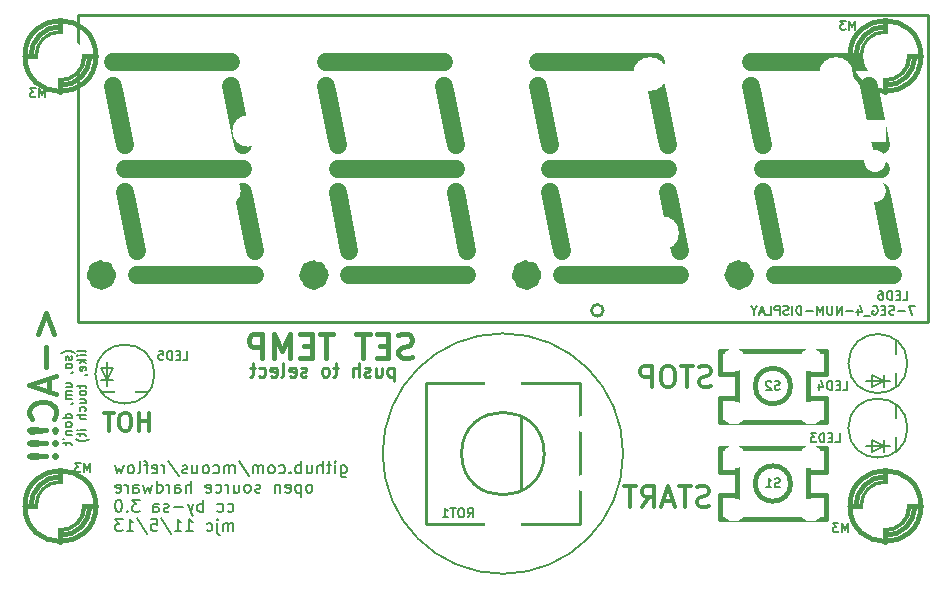
<source format=gbo>
G04 (created by PCBNEW (2013-07-07 BZR 4022)-stable) date 11/5/2013 3:30:23 PM*
%MOIN*%
G04 Gerber Fmt 3.4, Leading zero omitted, Abs format*
%FSLAX34Y34*%
G01*
G70*
G90*
G04 APERTURE LIST*
%ADD10C,0.006*%
%ADD11C,0.008*%
%ADD12C,0.009*%
%ADD13C,0.018*%
%ADD14C,0.00787402*%
%ADD15C,0.015*%
%ADD16C,0.01*%
%ADD17C,0.0590551*%
%ADD18C,0.014*%
%ADD19C,0.016*%
%ADD20C,0.012*%
%ADD21C,0.0847*%
%ADD22C,0.0769*%
%ADD23C,0.1044*%
%ADD24C,0.1123*%
%ADD25C,0.0768661*%
%ADD26C,0.0650551*%
%ADD27C,0.12411*%
%ADD28R,0.0493071X0.0493071*%
%ADD29C,0.0532441*%
%ADD30R,0.0729291X0.0729291*%
%ADD31C,0.0729291*%
%ADD32C,0.0689921*%
%ADD33R,0.0847402X0.0847402*%
%ADD34C,0.0847402*%
%ADD35C,0.147732*%
G04 APERTURE END LIST*
G54D10*
X1735Y6342D02*
X1721Y6357D01*
X1678Y6385D01*
X1650Y6400D01*
X1607Y6414D01*
X1535Y6428D01*
X1478Y6428D01*
X1407Y6414D01*
X1364Y6400D01*
X1335Y6385D01*
X1292Y6357D01*
X1278Y6342D01*
X1607Y6242D02*
X1621Y6214D01*
X1621Y6157D01*
X1607Y6128D01*
X1578Y6114D01*
X1564Y6114D01*
X1535Y6128D01*
X1521Y6157D01*
X1521Y6200D01*
X1507Y6228D01*
X1478Y6242D01*
X1464Y6242D01*
X1435Y6228D01*
X1421Y6200D01*
X1421Y6157D01*
X1435Y6128D01*
X1621Y5942D02*
X1607Y5971D01*
X1592Y5985D01*
X1564Y6000D01*
X1478Y6000D01*
X1450Y5985D01*
X1435Y5971D01*
X1421Y5942D01*
X1421Y5900D01*
X1435Y5871D01*
X1450Y5857D01*
X1478Y5842D01*
X1564Y5842D01*
X1592Y5857D01*
X1607Y5871D01*
X1621Y5900D01*
X1621Y5942D01*
X1607Y5700D02*
X1621Y5700D01*
X1650Y5714D01*
X1664Y5728D01*
X1421Y5214D02*
X1621Y5214D01*
X1421Y5342D02*
X1578Y5342D01*
X1607Y5328D01*
X1621Y5300D01*
X1621Y5257D01*
X1607Y5228D01*
X1592Y5214D01*
X1621Y5071D02*
X1421Y5071D01*
X1450Y5071D02*
X1435Y5057D01*
X1421Y5028D01*
X1421Y4985D01*
X1435Y4957D01*
X1464Y4942D01*
X1621Y4942D01*
X1464Y4942D02*
X1435Y4928D01*
X1421Y4900D01*
X1421Y4857D01*
X1435Y4828D01*
X1464Y4814D01*
X1621Y4814D01*
X1607Y4657D02*
X1621Y4657D01*
X1650Y4671D01*
X1664Y4685D01*
X1621Y4171D02*
X1321Y4171D01*
X1607Y4171D02*
X1621Y4200D01*
X1621Y4257D01*
X1607Y4285D01*
X1592Y4300D01*
X1564Y4314D01*
X1478Y4314D01*
X1450Y4300D01*
X1435Y4285D01*
X1421Y4257D01*
X1421Y4200D01*
X1435Y4171D01*
X1621Y3985D02*
X1607Y4014D01*
X1592Y4028D01*
X1564Y4042D01*
X1478Y4042D01*
X1450Y4028D01*
X1435Y4014D01*
X1421Y3985D01*
X1421Y3942D01*
X1435Y3914D01*
X1450Y3900D01*
X1478Y3885D01*
X1564Y3885D01*
X1592Y3900D01*
X1607Y3914D01*
X1621Y3942D01*
X1621Y3985D01*
X1421Y3757D02*
X1621Y3757D01*
X1450Y3757D02*
X1435Y3742D01*
X1421Y3714D01*
X1421Y3671D01*
X1435Y3642D01*
X1464Y3628D01*
X1621Y3628D01*
X1321Y3471D02*
X1378Y3499D01*
X1421Y3385D02*
X1421Y3271D01*
X1321Y3342D02*
X1578Y3342D01*
X1607Y3328D01*
X1621Y3299D01*
X1621Y3271D01*
X2101Y6385D02*
X2087Y6414D01*
X2058Y6428D01*
X1801Y6428D01*
X2101Y6271D02*
X1901Y6271D01*
X1801Y6271D02*
X1815Y6285D01*
X1830Y6271D01*
X1815Y6257D01*
X1801Y6271D01*
X1830Y6271D01*
X2101Y6128D02*
X1801Y6128D01*
X1987Y6100D02*
X2101Y6014D01*
X1901Y6014D02*
X2015Y6128D01*
X2087Y5771D02*
X2101Y5800D01*
X2101Y5857D01*
X2087Y5885D01*
X2058Y5900D01*
X1944Y5900D01*
X1915Y5885D01*
X1901Y5857D01*
X1901Y5800D01*
X1915Y5771D01*
X1944Y5757D01*
X1972Y5757D01*
X2001Y5900D01*
X2087Y5614D02*
X2101Y5614D01*
X2130Y5628D01*
X2144Y5642D01*
X1901Y5300D02*
X1901Y5185D01*
X1801Y5257D02*
X2058Y5257D01*
X2087Y5242D01*
X2101Y5214D01*
X2101Y5185D01*
X2101Y5042D02*
X2087Y5071D01*
X2072Y5085D01*
X2044Y5100D01*
X1958Y5100D01*
X1930Y5085D01*
X1915Y5071D01*
X1901Y5042D01*
X1901Y5000D01*
X1915Y4971D01*
X1930Y4957D01*
X1958Y4942D01*
X2044Y4942D01*
X2072Y4957D01*
X2087Y4971D01*
X2101Y5000D01*
X2101Y5042D01*
X1901Y4685D02*
X2101Y4685D01*
X1901Y4814D02*
X2058Y4814D01*
X2087Y4800D01*
X2101Y4771D01*
X2101Y4728D01*
X2087Y4700D01*
X2072Y4685D01*
X2087Y4414D02*
X2101Y4442D01*
X2101Y4499D01*
X2087Y4528D01*
X2072Y4542D01*
X2044Y4557D01*
X1958Y4557D01*
X1930Y4542D01*
X1915Y4528D01*
X1901Y4499D01*
X1901Y4442D01*
X1915Y4414D01*
X2101Y4285D02*
X1801Y4285D01*
X2101Y4157D02*
X1944Y4157D01*
X1915Y4171D01*
X1901Y4199D01*
X1901Y4242D01*
X1915Y4271D01*
X1930Y4285D01*
X2101Y3785D02*
X1901Y3785D01*
X1801Y3785D02*
X1815Y3799D01*
X1830Y3785D01*
X1815Y3771D01*
X1801Y3785D01*
X1830Y3785D01*
X1901Y3685D02*
X1901Y3571D01*
X1801Y3642D02*
X2058Y3642D01*
X2087Y3628D01*
X2101Y3599D01*
X2101Y3571D01*
X2215Y3499D02*
X2201Y3485D01*
X2158Y3457D01*
X2130Y3442D01*
X2087Y3428D01*
X2015Y3414D01*
X1958Y3414D01*
X1887Y3428D01*
X1844Y3442D01*
X1815Y3457D01*
X1772Y3485D01*
X1758Y3499D01*
G54D11*
X10599Y2604D02*
X10599Y2280D01*
X10619Y2242D01*
X10638Y2223D01*
X10676Y2204D01*
X10733Y2204D01*
X10771Y2223D01*
X10599Y2357D02*
X10638Y2338D01*
X10714Y2338D01*
X10752Y2357D01*
X10771Y2376D01*
X10790Y2414D01*
X10790Y2528D01*
X10771Y2566D01*
X10752Y2585D01*
X10714Y2604D01*
X10638Y2604D01*
X10599Y2585D01*
X10409Y2338D02*
X10409Y2604D01*
X10409Y2738D02*
X10428Y2719D01*
X10409Y2700D01*
X10390Y2719D01*
X10409Y2738D01*
X10409Y2700D01*
X10276Y2604D02*
X10123Y2604D01*
X10219Y2738D02*
X10219Y2395D01*
X10199Y2357D01*
X10161Y2338D01*
X10123Y2338D01*
X9990Y2338D02*
X9990Y2738D01*
X9819Y2338D02*
X9819Y2547D01*
X9838Y2585D01*
X9876Y2604D01*
X9933Y2604D01*
X9971Y2585D01*
X9990Y2566D01*
X9457Y2604D02*
X9457Y2338D01*
X9628Y2604D02*
X9628Y2395D01*
X9609Y2357D01*
X9571Y2338D01*
X9514Y2338D01*
X9476Y2357D01*
X9457Y2376D01*
X9266Y2338D02*
X9266Y2738D01*
X9266Y2585D02*
X9228Y2604D01*
X9152Y2604D01*
X9114Y2585D01*
X9095Y2566D01*
X9076Y2528D01*
X9076Y2414D01*
X9095Y2376D01*
X9114Y2357D01*
X9152Y2338D01*
X9228Y2338D01*
X9266Y2357D01*
X8904Y2376D02*
X8885Y2357D01*
X8904Y2338D01*
X8923Y2357D01*
X8904Y2376D01*
X8904Y2338D01*
X8542Y2357D02*
X8580Y2338D01*
X8657Y2338D01*
X8695Y2357D01*
X8714Y2376D01*
X8733Y2414D01*
X8733Y2528D01*
X8714Y2566D01*
X8695Y2585D01*
X8657Y2604D01*
X8580Y2604D01*
X8542Y2585D01*
X8314Y2338D02*
X8352Y2357D01*
X8371Y2376D01*
X8390Y2414D01*
X8390Y2528D01*
X8371Y2566D01*
X8352Y2585D01*
X8314Y2604D01*
X8257Y2604D01*
X8219Y2585D01*
X8199Y2566D01*
X8180Y2528D01*
X8180Y2414D01*
X8199Y2376D01*
X8219Y2357D01*
X8257Y2338D01*
X8314Y2338D01*
X8009Y2338D02*
X8009Y2604D01*
X8009Y2566D02*
X7990Y2585D01*
X7952Y2604D01*
X7895Y2604D01*
X7857Y2585D01*
X7838Y2547D01*
X7838Y2338D01*
X7838Y2547D02*
X7819Y2585D01*
X7780Y2604D01*
X7723Y2604D01*
X7685Y2585D01*
X7666Y2547D01*
X7666Y2338D01*
X7190Y2757D02*
X7533Y2242D01*
X7057Y2338D02*
X7057Y2604D01*
X7057Y2566D02*
X7038Y2585D01*
X6999Y2604D01*
X6942Y2604D01*
X6904Y2585D01*
X6885Y2547D01*
X6885Y2338D01*
X6885Y2547D02*
X6866Y2585D01*
X6828Y2604D01*
X6771Y2604D01*
X6733Y2585D01*
X6714Y2547D01*
X6714Y2338D01*
X6352Y2357D02*
X6390Y2338D01*
X6466Y2338D01*
X6504Y2357D01*
X6523Y2376D01*
X6542Y2414D01*
X6542Y2528D01*
X6523Y2566D01*
X6504Y2585D01*
X6466Y2604D01*
X6390Y2604D01*
X6352Y2585D01*
X6123Y2338D02*
X6161Y2357D01*
X6180Y2376D01*
X6199Y2414D01*
X6199Y2528D01*
X6180Y2566D01*
X6161Y2585D01*
X6123Y2604D01*
X6066Y2604D01*
X6028Y2585D01*
X6009Y2566D01*
X5990Y2528D01*
X5990Y2414D01*
X6009Y2376D01*
X6028Y2357D01*
X6066Y2338D01*
X6123Y2338D01*
X5647Y2604D02*
X5647Y2338D01*
X5819Y2604D02*
X5819Y2395D01*
X5799Y2357D01*
X5761Y2338D01*
X5704Y2338D01*
X5666Y2357D01*
X5647Y2376D01*
X5476Y2357D02*
X5438Y2338D01*
X5361Y2338D01*
X5323Y2357D01*
X5304Y2395D01*
X5304Y2414D01*
X5323Y2452D01*
X5361Y2471D01*
X5419Y2471D01*
X5457Y2490D01*
X5476Y2528D01*
X5476Y2547D01*
X5457Y2585D01*
X5419Y2604D01*
X5361Y2604D01*
X5323Y2585D01*
X4847Y2757D02*
X5190Y2242D01*
X4714Y2338D02*
X4714Y2604D01*
X4714Y2528D02*
X4695Y2566D01*
X4676Y2585D01*
X4638Y2604D01*
X4599Y2604D01*
X4314Y2357D02*
X4352Y2338D01*
X4428Y2338D01*
X4466Y2357D01*
X4485Y2395D01*
X4485Y2547D01*
X4466Y2585D01*
X4428Y2604D01*
X4352Y2604D01*
X4314Y2585D01*
X4295Y2547D01*
X4295Y2509D01*
X4485Y2471D01*
X4180Y2604D02*
X4028Y2604D01*
X4123Y2338D02*
X4123Y2680D01*
X4104Y2719D01*
X4066Y2738D01*
X4028Y2738D01*
X3838Y2338D02*
X3876Y2357D01*
X3895Y2395D01*
X3895Y2738D01*
X3628Y2338D02*
X3666Y2357D01*
X3685Y2376D01*
X3704Y2414D01*
X3704Y2528D01*
X3685Y2566D01*
X3666Y2585D01*
X3628Y2604D01*
X3571Y2604D01*
X3533Y2585D01*
X3514Y2566D01*
X3495Y2528D01*
X3495Y2414D01*
X3514Y2376D01*
X3533Y2357D01*
X3571Y2338D01*
X3628Y2338D01*
X3361Y2604D02*
X3285Y2338D01*
X3209Y2528D01*
X3133Y2338D01*
X3057Y2604D01*
X9571Y1698D02*
X9609Y1717D01*
X9628Y1736D01*
X9647Y1774D01*
X9647Y1888D01*
X9628Y1926D01*
X9609Y1945D01*
X9571Y1964D01*
X9514Y1964D01*
X9476Y1945D01*
X9457Y1926D01*
X9438Y1888D01*
X9438Y1774D01*
X9457Y1736D01*
X9476Y1717D01*
X9514Y1698D01*
X9571Y1698D01*
X9266Y1964D02*
X9266Y1564D01*
X9266Y1945D02*
X9228Y1964D01*
X9152Y1964D01*
X9114Y1945D01*
X9095Y1926D01*
X9076Y1888D01*
X9076Y1774D01*
X9095Y1736D01*
X9114Y1717D01*
X9152Y1698D01*
X9228Y1698D01*
X9266Y1717D01*
X8752Y1717D02*
X8790Y1698D01*
X8866Y1698D01*
X8904Y1717D01*
X8923Y1755D01*
X8923Y1907D01*
X8904Y1945D01*
X8866Y1964D01*
X8790Y1964D01*
X8752Y1945D01*
X8733Y1907D01*
X8733Y1869D01*
X8923Y1831D01*
X8561Y1964D02*
X8561Y1698D01*
X8561Y1926D02*
X8542Y1945D01*
X8504Y1964D01*
X8447Y1964D01*
X8409Y1945D01*
X8390Y1907D01*
X8390Y1698D01*
X7914Y1717D02*
X7876Y1698D01*
X7799Y1698D01*
X7761Y1717D01*
X7742Y1755D01*
X7742Y1774D01*
X7761Y1812D01*
X7799Y1831D01*
X7857Y1831D01*
X7895Y1850D01*
X7914Y1888D01*
X7914Y1907D01*
X7895Y1945D01*
X7857Y1964D01*
X7799Y1964D01*
X7761Y1945D01*
X7514Y1698D02*
X7552Y1717D01*
X7571Y1736D01*
X7590Y1774D01*
X7590Y1888D01*
X7571Y1926D01*
X7552Y1945D01*
X7514Y1964D01*
X7457Y1964D01*
X7419Y1945D01*
X7399Y1926D01*
X7380Y1888D01*
X7380Y1774D01*
X7399Y1736D01*
X7419Y1717D01*
X7457Y1698D01*
X7514Y1698D01*
X7038Y1964D02*
X7038Y1698D01*
X7209Y1964D02*
X7209Y1755D01*
X7190Y1717D01*
X7152Y1698D01*
X7095Y1698D01*
X7057Y1717D01*
X7038Y1736D01*
X6847Y1698D02*
X6847Y1964D01*
X6847Y1888D02*
X6828Y1926D01*
X6809Y1945D01*
X6771Y1964D01*
X6733Y1964D01*
X6428Y1717D02*
X6466Y1698D01*
X6542Y1698D01*
X6580Y1717D01*
X6599Y1736D01*
X6619Y1774D01*
X6619Y1888D01*
X6599Y1926D01*
X6580Y1945D01*
X6542Y1964D01*
X6466Y1964D01*
X6428Y1945D01*
X6104Y1717D02*
X6142Y1698D01*
X6219Y1698D01*
X6257Y1717D01*
X6276Y1755D01*
X6276Y1907D01*
X6257Y1945D01*
X6219Y1964D01*
X6142Y1964D01*
X6104Y1945D01*
X6085Y1907D01*
X6085Y1869D01*
X6276Y1831D01*
X5609Y1698D02*
X5609Y2098D01*
X5438Y1698D02*
X5438Y1907D01*
X5457Y1945D01*
X5495Y1964D01*
X5552Y1964D01*
X5590Y1945D01*
X5609Y1926D01*
X5076Y1698D02*
X5076Y1907D01*
X5095Y1945D01*
X5133Y1964D01*
X5209Y1964D01*
X5247Y1945D01*
X5076Y1717D02*
X5114Y1698D01*
X5209Y1698D01*
X5247Y1717D01*
X5266Y1755D01*
X5266Y1793D01*
X5247Y1831D01*
X5209Y1850D01*
X5114Y1850D01*
X5076Y1869D01*
X4885Y1698D02*
X4885Y1964D01*
X4885Y1888D02*
X4866Y1926D01*
X4847Y1945D01*
X4809Y1964D01*
X4771Y1964D01*
X4466Y1698D02*
X4466Y2098D01*
X4466Y1717D02*
X4504Y1698D01*
X4580Y1698D01*
X4619Y1717D01*
X4638Y1736D01*
X4657Y1774D01*
X4657Y1888D01*
X4638Y1926D01*
X4619Y1945D01*
X4580Y1964D01*
X4504Y1964D01*
X4466Y1945D01*
X4314Y1964D02*
X4238Y1698D01*
X4161Y1888D01*
X4085Y1698D01*
X4009Y1964D01*
X3685Y1698D02*
X3685Y1907D01*
X3704Y1945D01*
X3742Y1964D01*
X3819Y1964D01*
X3857Y1945D01*
X3685Y1717D02*
X3723Y1698D01*
X3819Y1698D01*
X3857Y1717D01*
X3876Y1755D01*
X3876Y1793D01*
X3857Y1831D01*
X3819Y1850D01*
X3723Y1850D01*
X3685Y1869D01*
X3495Y1698D02*
X3495Y1964D01*
X3495Y1888D02*
X3476Y1926D01*
X3457Y1945D01*
X3419Y1964D01*
X3380Y1964D01*
X3095Y1717D02*
X3133Y1698D01*
X3209Y1698D01*
X3247Y1717D01*
X3266Y1755D01*
X3266Y1907D01*
X3247Y1945D01*
X3209Y1964D01*
X3133Y1964D01*
X3095Y1945D01*
X3076Y1907D01*
X3076Y1869D01*
X3266Y1831D01*
X6828Y1077D02*
X6866Y1058D01*
X6942Y1058D01*
X6980Y1077D01*
X6999Y1096D01*
X7019Y1134D01*
X7019Y1248D01*
X6999Y1286D01*
X6980Y1305D01*
X6942Y1324D01*
X6866Y1324D01*
X6828Y1305D01*
X6485Y1077D02*
X6523Y1058D01*
X6599Y1058D01*
X6638Y1077D01*
X6657Y1096D01*
X6676Y1134D01*
X6676Y1248D01*
X6657Y1286D01*
X6638Y1305D01*
X6599Y1324D01*
X6523Y1324D01*
X6485Y1305D01*
X6009Y1058D02*
X6009Y1458D01*
X6009Y1305D02*
X5971Y1324D01*
X5895Y1324D01*
X5857Y1305D01*
X5838Y1286D01*
X5819Y1248D01*
X5819Y1134D01*
X5838Y1096D01*
X5857Y1077D01*
X5895Y1058D01*
X5971Y1058D01*
X6009Y1077D01*
X5685Y1324D02*
X5590Y1058D01*
X5495Y1324D02*
X5590Y1058D01*
X5628Y962D01*
X5647Y943D01*
X5685Y924D01*
X5342Y1210D02*
X5038Y1210D01*
X4866Y1077D02*
X4828Y1058D01*
X4752Y1058D01*
X4714Y1077D01*
X4695Y1115D01*
X4695Y1134D01*
X4714Y1172D01*
X4752Y1191D01*
X4809Y1191D01*
X4847Y1210D01*
X4866Y1248D01*
X4866Y1267D01*
X4847Y1305D01*
X4809Y1324D01*
X4752Y1324D01*
X4714Y1305D01*
X4352Y1058D02*
X4352Y1267D01*
X4371Y1305D01*
X4409Y1324D01*
X4485Y1324D01*
X4523Y1305D01*
X4352Y1077D02*
X4390Y1058D01*
X4485Y1058D01*
X4523Y1077D01*
X4542Y1115D01*
X4542Y1153D01*
X4523Y1191D01*
X4485Y1210D01*
X4390Y1210D01*
X4352Y1229D01*
X3895Y1458D02*
X3647Y1458D01*
X3780Y1305D01*
X3723Y1305D01*
X3685Y1286D01*
X3666Y1267D01*
X3647Y1229D01*
X3647Y1134D01*
X3666Y1096D01*
X3685Y1077D01*
X3723Y1058D01*
X3838Y1058D01*
X3876Y1077D01*
X3895Y1096D01*
X3476Y1096D02*
X3457Y1077D01*
X3476Y1058D01*
X3495Y1077D01*
X3476Y1096D01*
X3476Y1058D01*
X3209Y1458D02*
X3171Y1458D01*
X3133Y1439D01*
X3114Y1420D01*
X3095Y1381D01*
X3076Y1305D01*
X3076Y1210D01*
X3095Y1134D01*
X3114Y1096D01*
X3133Y1077D01*
X3171Y1058D01*
X3209Y1058D01*
X3247Y1077D01*
X3266Y1096D01*
X3285Y1134D01*
X3304Y1210D01*
X3304Y1305D01*
X3285Y1381D01*
X3266Y1420D01*
X3247Y1439D01*
X3209Y1458D01*
X7019Y418D02*
X7019Y684D01*
X7019Y646D02*
X7000Y665D01*
X6961Y684D01*
X6904Y684D01*
X6866Y665D01*
X6847Y627D01*
X6847Y418D01*
X6847Y627D02*
X6828Y665D01*
X6790Y684D01*
X6733Y684D01*
X6695Y665D01*
X6676Y627D01*
X6676Y418D01*
X6485Y684D02*
X6485Y341D01*
X6504Y303D01*
X6542Y284D01*
X6561Y284D01*
X6485Y818D02*
X6504Y799D01*
X6485Y780D01*
X6466Y799D01*
X6485Y818D01*
X6485Y780D01*
X6123Y437D02*
X6161Y418D01*
X6238Y418D01*
X6276Y437D01*
X6295Y456D01*
X6314Y494D01*
X6314Y608D01*
X6295Y646D01*
X6276Y665D01*
X6238Y684D01*
X6161Y684D01*
X6123Y665D01*
X5438Y418D02*
X5666Y418D01*
X5552Y418D02*
X5552Y818D01*
X5590Y760D01*
X5628Y722D01*
X5666Y703D01*
X5057Y418D02*
X5285Y418D01*
X5171Y418D02*
X5171Y818D01*
X5209Y760D01*
X5247Y722D01*
X5285Y703D01*
X4600Y837D02*
X4942Y322D01*
X4276Y818D02*
X4466Y818D01*
X4485Y627D01*
X4466Y646D01*
X4428Y665D01*
X4333Y665D01*
X4295Y646D01*
X4276Y627D01*
X4257Y589D01*
X4257Y494D01*
X4276Y456D01*
X4295Y437D01*
X4333Y418D01*
X4428Y418D01*
X4466Y437D01*
X4485Y456D01*
X3800Y837D02*
X4142Y322D01*
X3457Y418D02*
X3685Y418D01*
X3571Y418D02*
X3571Y818D01*
X3609Y760D01*
X3647Y722D01*
X3685Y703D01*
X3323Y818D02*
X3076Y818D01*
X3209Y665D01*
X3152Y665D01*
X3114Y646D01*
X3095Y627D01*
X3076Y589D01*
X3076Y494D01*
X3095Y456D01*
X3114Y437D01*
X3152Y418D01*
X3266Y418D01*
X3304Y437D01*
X3323Y456D01*
G54D12*
X12367Y5867D02*
X12367Y5417D01*
X12367Y5846D02*
X12325Y5867D01*
X12239Y5867D01*
X12196Y5846D01*
X12175Y5825D01*
X12153Y5782D01*
X12153Y5653D01*
X12175Y5610D01*
X12196Y5589D01*
X12239Y5567D01*
X12325Y5567D01*
X12367Y5589D01*
X11767Y5867D02*
X11767Y5567D01*
X11960Y5867D02*
X11960Y5632D01*
X11939Y5589D01*
X11896Y5567D01*
X11832Y5567D01*
X11789Y5589D01*
X11767Y5610D01*
X11575Y5589D02*
X11532Y5567D01*
X11446Y5567D01*
X11403Y5589D01*
X11382Y5632D01*
X11382Y5653D01*
X11403Y5696D01*
X11446Y5717D01*
X11510Y5717D01*
X11553Y5739D01*
X11575Y5782D01*
X11575Y5803D01*
X11553Y5846D01*
X11510Y5867D01*
X11446Y5867D01*
X11403Y5846D01*
X11189Y5567D02*
X11189Y6017D01*
X10996Y5567D02*
X10996Y5803D01*
X11017Y5846D01*
X11060Y5867D01*
X11124Y5867D01*
X11167Y5846D01*
X11189Y5825D01*
X10503Y5867D02*
X10332Y5867D01*
X10439Y6017D02*
X10439Y5632D01*
X10417Y5589D01*
X10374Y5567D01*
X10332Y5567D01*
X10117Y5567D02*
X10160Y5589D01*
X10182Y5610D01*
X10203Y5653D01*
X10203Y5782D01*
X10182Y5825D01*
X10160Y5846D01*
X10117Y5867D01*
X10053Y5867D01*
X10010Y5846D01*
X9989Y5825D01*
X9967Y5782D01*
X9967Y5653D01*
X9989Y5610D01*
X10010Y5589D01*
X10053Y5567D01*
X10117Y5567D01*
X9453Y5589D02*
X9410Y5567D01*
X9324Y5567D01*
X9282Y5589D01*
X9260Y5632D01*
X9260Y5653D01*
X9282Y5696D01*
X9324Y5717D01*
X9389Y5717D01*
X9432Y5739D01*
X9453Y5782D01*
X9453Y5803D01*
X9432Y5846D01*
X9389Y5867D01*
X9324Y5867D01*
X9282Y5846D01*
X8896Y5589D02*
X8939Y5567D01*
X9024Y5567D01*
X9067Y5589D01*
X9089Y5632D01*
X9089Y5803D01*
X9067Y5846D01*
X9024Y5867D01*
X8939Y5867D01*
X8896Y5846D01*
X8874Y5803D01*
X8874Y5760D01*
X9089Y5717D01*
X8617Y5567D02*
X8660Y5589D01*
X8682Y5632D01*
X8682Y6017D01*
X8275Y5589D02*
X8317Y5567D01*
X8403Y5567D01*
X8446Y5589D01*
X8467Y5632D01*
X8467Y5803D01*
X8446Y5846D01*
X8403Y5867D01*
X8317Y5867D01*
X8275Y5846D01*
X8253Y5803D01*
X8253Y5760D01*
X8467Y5717D01*
X7867Y5589D02*
X7910Y5567D01*
X7996Y5567D01*
X8039Y5589D01*
X8060Y5610D01*
X8082Y5653D01*
X8082Y5782D01*
X8060Y5825D01*
X8039Y5846D01*
X7996Y5867D01*
X7910Y5867D01*
X7867Y5846D01*
X7739Y5867D02*
X7567Y5867D01*
X7675Y6017D02*
X7675Y5632D01*
X7653Y5589D01*
X7610Y5567D01*
X7567Y5567D01*
G54D13*
X514Y6992D02*
X771Y7678D01*
X1028Y6992D01*
X771Y6564D02*
X771Y5878D01*
X857Y5492D02*
X857Y5064D01*
X1114Y5578D02*
X214Y5278D01*
X1114Y4978D01*
X1028Y4164D02*
X1071Y4207D01*
X1114Y4335D01*
X1114Y4421D01*
X1071Y4549D01*
X985Y4635D01*
X900Y4678D01*
X728Y4721D01*
X600Y4721D01*
X428Y4678D01*
X342Y4635D01*
X257Y4549D01*
X214Y4421D01*
X214Y4335D01*
X257Y4207D01*
X300Y4164D01*
X1028Y3778D02*
X1071Y3735D01*
X1114Y3778D01*
X1071Y3821D01*
X1028Y3778D01*
X1114Y3778D01*
X771Y3778D02*
X257Y3821D01*
X214Y3778D01*
X257Y3735D01*
X771Y3778D01*
X214Y3778D01*
X1028Y3349D02*
X1071Y3307D01*
X1114Y3349D01*
X1071Y3392D01*
X1028Y3349D01*
X1114Y3349D01*
X771Y3349D02*
X257Y3392D01*
X214Y3349D01*
X257Y3307D01*
X771Y3349D01*
X214Y3349D01*
X1028Y2921D02*
X1071Y2878D01*
X1114Y2921D01*
X1071Y2964D01*
X1028Y2921D01*
X1114Y2921D01*
X771Y2921D02*
X257Y2964D01*
X214Y2921D01*
X257Y2878D01*
X771Y2921D01*
X214Y2921D01*
G54D14*
X20007Y3000D02*
G75*
G03X20007Y3000I-4007J0D01*
G74*
G01*
G54D15*
X26181Y3181D02*
X26771Y3181D01*
X26771Y3181D02*
X26771Y2393D01*
X26771Y2393D02*
X26181Y2393D01*
X26181Y818D02*
X26771Y818D01*
X26771Y818D02*
X26771Y1606D01*
X26771Y1606D02*
X26181Y1606D01*
X23818Y3181D02*
X23228Y3181D01*
X23228Y3181D02*
X23228Y2393D01*
X23228Y2393D02*
X23818Y2393D01*
X23818Y1606D02*
X23228Y1606D01*
X23818Y818D02*
X23228Y818D01*
X23228Y818D02*
X23228Y1606D01*
X25590Y2000D02*
G75*
G03X25590Y2000I-590J0D01*
G74*
G01*
X23818Y818D02*
X23818Y3181D01*
X23818Y3181D02*
X26181Y3181D01*
X26181Y3181D02*
X26181Y818D01*
X26181Y818D02*
X23818Y818D01*
X26181Y6431D02*
X26771Y6431D01*
X26771Y6431D02*
X26771Y5643D01*
X26771Y5643D02*
X26181Y5643D01*
X26181Y4068D02*
X26771Y4068D01*
X26771Y4068D02*
X26771Y4856D01*
X26771Y4856D02*
X26181Y4856D01*
X23818Y6431D02*
X23228Y6431D01*
X23228Y6431D02*
X23228Y5643D01*
X23228Y5643D02*
X23818Y5643D01*
X23818Y4856D02*
X23228Y4856D01*
X23818Y4068D02*
X23228Y4068D01*
X23228Y4068D02*
X23228Y4856D01*
X25590Y5250D02*
G75*
G03X25590Y5250I-590J0D01*
G74*
G01*
X23818Y4068D02*
X23818Y6431D01*
X23818Y6431D02*
X26181Y6431D01*
X26181Y6431D02*
X26181Y4068D01*
X26181Y4068D02*
X23818Y4068D01*
G54D16*
X16590Y4181D02*
X16590Y1818D01*
X17377Y3000D02*
G75*
G03X17377Y3000I-1377J0D01*
G74*
G01*
X13440Y5362D02*
X13440Y637D01*
X13440Y637D02*
X18559Y637D01*
X18559Y637D02*
X18559Y5362D01*
X18559Y5362D02*
X13440Y5362D01*
X19346Y7775D02*
G75*
G03X19346Y7775I-196J0D01*
G74*
G01*
G54D17*
X2811Y8956D02*
G75*
G03X2811Y8956I-196J0D01*
G74*
G01*
X9897Y8956D02*
G75*
G03X9897Y8956I-196J0D01*
G74*
G01*
X16984Y8956D02*
G75*
G03X16984Y8956I-196J0D01*
G74*
G01*
X24070Y8956D02*
G75*
G03X24070Y8956I-196J0D01*
G74*
G01*
X28598Y12500D02*
X24661Y12500D01*
X24267Y16043D02*
X28204Y16043D01*
X28992Y8956D02*
X25055Y8956D01*
X28598Y13287D02*
X28204Y15255D01*
X24661Y13287D02*
X24267Y15255D01*
X25055Y9744D02*
X24661Y11712D01*
X28992Y9744D02*
X28598Y11712D01*
X21905Y9744D02*
X21511Y11712D01*
X17968Y9744D02*
X17574Y11712D01*
X17574Y13287D02*
X17181Y15255D01*
X21511Y13287D02*
X21118Y15255D01*
X21905Y8956D02*
X17968Y8956D01*
X17181Y16043D02*
X21118Y16043D01*
X21511Y12500D02*
X17574Y12500D01*
X7338Y12500D02*
X3401Y12500D01*
X3007Y16043D02*
X6944Y16043D01*
X7732Y8956D02*
X3795Y8956D01*
X7338Y13287D02*
X6944Y15255D01*
X3401Y13287D02*
X3007Y15255D01*
X3795Y9744D02*
X3401Y11712D01*
X7732Y9744D02*
X7338Y11712D01*
X14818Y9744D02*
X14425Y11712D01*
X10881Y9744D02*
X10488Y11712D01*
X10488Y13287D02*
X10094Y15255D01*
X14425Y13287D02*
X14031Y15255D01*
X14818Y8956D02*
X10881Y8956D01*
X10094Y16043D02*
X14031Y16043D01*
X14425Y12500D02*
X10488Y12500D01*
G54D16*
X1826Y7381D02*
X30173Y7381D01*
X30173Y7381D02*
X30173Y17618D01*
X30173Y17618D02*
X1826Y17618D01*
X1826Y17618D02*
X1826Y7381D01*
G54D11*
X29090Y3062D02*
X29090Y4637D01*
X28696Y3456D02*
X28696Y3062D01*
X28303Y3062D02*
X28303Y3456D01*
X28303Y3456D02*
X28696Y3259D01*
X28696Y3259D02*
X28303Y3062D01*
X28106Y3259D02*
X28893Y3259D01*
X29484Y3850D02*
G75*
G03X29484Y3850I-984J0D01*
G74*
G01*
X29090Y5212D02*
X29090Y6787D01*
X28696Y5606D02*
X28696Y5212D01*
X28303Y5212D02*
X28303Y5606D01*
X28303Y5606D02*
X28696Y5409D01*
X28696Y5409D02*
X28303Y5212D01*
X28106Y5409D02*
X28893Y5409D01*
X29484Y6000D02*
G75*
G03X29484Y6000I-984J0D01*
G74*
G01*
X2612Y5059D02*
X4187Y5059D01*
X3006Y5453D02*
X2612Y5453D01*
X2612Y5846D02*
X3006Y5846D01*
X3006Y5846D02*
X2809Y5453D01*
X2809Y5453D02*
X2612Y5846D01*
X2809Y6043D02*
X2809Y5256D01*
X4384Y5650D02*
G75*
G03X4384Y5650I-984J0D01*
G74*
G01*
G54D15*
X27765Y1250D02*
G75*
G02X28750Y2234I984J0D01*
G74*
G01*
X27962Y1250D02*
G75*
G02X28750Y2037I787J0D01*
G74*
G01*
X28159Y1250D02*
G75*
G02X28750Y1840I590J0D01*
G74*
G01*
X28356Y1250D02*
G75*
G02X28750Y1643I393J0D01*
G74*
G01*
X28553Y1250D02*
G75*
G02X28750Y1446I196J0D01*
G74*
G01*
X29734Y1250D02*
G75*
G02X28750Y265I-984J0D01*
G74*
G01*
X29537Y1250D02*
G75*
G02X28750Y462I-787J0D01*
G74*
G01*
X29340Y1250D02*
G75*
G02X28750Y659I-590J0D01*
G74*
G01*
X29143Y1250D02*
G75*
G02X28750Y856I-393J0D01*
G74*
G01*
X28946Y1250D02*
G75*
G02X28750Y1053I-196J0D01*
G74*
G01*
X28750Y1250D02*
X28750Y2431D01*
X28750Y1250D02*
X27568Y1250D01*
X28750Y1250D02*
X29931Y1250D01*
X28750Y1250D02*
X28750Y68D01*
X29931Y1250D02*
G75*
G03X29931Y1250I-1181J0D01*
G74*
G01*
X27765Y16250D02*
G75*
G02X28750Y17234I984J0D01*
G74*
G01*
X27962Y16250D02*
G75*
G02X28750Y17037I787J0D01*
G74*
G01*
X28159Y16250D02*
G75*
G02X28750Y16840I590J0D01*
G74*
G01*
X28356Y16250D02*
G75*
G02X28750Y16643I393J0D01*
G74*
G01*
X28553Y16250D02*
G75*
G02X28750Y16446I196J0D01*
G74*
G01*
X29734Y16250D02*
G75*
G02X28750Y15265I-984J0D01*
G74*
G01*
X29537Y16250D02*
G75*
G02X28750Y15462I-787J0D01*
G74*
G01*
X29340Y16250D02*
G75*
G02X28750Y15659I-590J0D01*
G74*
G01*
X29143Y16250D02*
G75*
G02X28750Y15856I-393J0D01*
G74*
G01*
X28946Y16250D02*
G75*
G02X28750Y16053I-196J0D01*
G74*
G01*
X28750Y16250D02*
X28750Y17431D01*
X28750Y16250D02*
X27568Y16250D01*
X28750Y16250D02*
X29931Y16250D01*
X28750Y16250D02*
X28750Y15068D01*
X29931Y16250D02*
G75*
G03X29931Y16250I-1181J0D01*
G74*
G01*
X265Y1250D02*
G75*
G02X1250Y2234I984J0D01*
G74*
G01*
X462Y1250D02*
G75*
G02X1250Y2037I787J0D01*
G74*
G01*
X659Y1250D02*
G75*
G02X1250Y1840I590J0D01*
G74*
G01*
X856Y1250D02*
G75*
G02X1250Y1643I393J0D01*
G74*
G01*
X1053Y1250D02*
G75*
G02X1250Y1446I196J0D01*
G74*
G01*
X2234Y1250D02*
G75*
G02X1250Y265I-984J0D01*
G74*
G01*
X2037Y1250D02*
G75*
G02X1250Y462I-787J0D01*
G74*
G01*
X1840Y1250D02*
G75*
G02X1250Y659I-590J0D01*
G74*
G01*
X1643Y1250D02*
G75*
G02X1250Y856I-393J0D01*
G74*
G01*
X1446Y1250D02*
G75*
G02X1250Y1053I-196J0D01*
G74*
G01*
X1250Y1250D02*
X1250Y2431D01*
X1250Y1250D02*
X68Y1250D01*
X1250Y1250D02*
X2431Y1250D01*
X1250Y1250D02*
X1250Y68D01*
X2431Y1250D02*
G75*
G03X2431Y1250I-1181J0D01*
G74*
G01*
X265Y16250D02*
G75*
G02X1250Y17234I984J0D01*
G74*
G01*
X462Y16250D02*
G75*
G02X1250Y17037I787J0D01*
G74*
G01*
X659Y16250D02*
G75*
G02X1250Y16840I590J0D01*
G74*
G01*
X856Y16250D02*
G75*
G02X1250Y16643I393J0D01*
G74*
G01*
X1053Y16250D02*
G75*
G02X1250Y16446I196J0D01*
G74*
G01*
X2234Y16250D02*
G75*
G02X1250Y15265I-984J0D01*
G74*
G01*
X2037Y16250D02*
G75*
G02X1250Y15462I-787J0D01*
G74*
G01*
X1840Y16250D02*
G75*
G02X1250Y15659I-590J0D01*
G74*
G01*
X1643Y16250D02*
G75*
G02X1250Y15856I-393J0D01*
G74*
G01*
X1446Y16250D02*
G75*
G02X1250Y16053I-196J0D01*
G74*
G01*
X1250Y16250D02*
X1250Y17431D01*
X1250Y16250D02*
X68Y16250D01*
X1250Y16250D02*
X2431Y16250D01*
X1250Y16250D02*
X1250Y15068D01*
X2431Y16250D02*
G75*
G03X2431Y16250I-1181J0D01*
G74*
G01*
G54D10*
X25228Y1892D02*
X25185Y1878D01*
X25114Y1878D01*
X25085Y1892D01*
X25071Y1907D01*
X25057Y1935D01*
X25057Y1964D01*
X25071Y1992D01*
X25085Y2007D01*
X25114Y2021D01*
X25171Y2035D01*
X25200Y2050D01*
X25214Y2064D01*
X25228Y2092D01*
X25228Y2121D01*
X25214Y2150D01*
X25200Y2164D01*
X25171Y2178D01*
X25100Y2178D01*
X25057Y2164D01*
X24771Y1878D02*
X24942Y1878D01*
X24857Y1878D02*
X24857Y2178D01*
X24885Y2135D01*
X24914Y2107D01*
X24942Y2092D01*
G54D18*
X22883Y1250D02*
X22783Y1216D01*
X22616Y1216D01*
X22550Y1250D01*
X22516Y1283D01*
X22483Y1350D01*
X22483Y1416D01*
X22516Y1483D01*
X22550Y1516D01*
X22616Y1550D01*
X22750Y1583D01*
X22816Y1616D01*
X22850Y1650D01*
X22883Y1716D01*
X22883Y1783D01*
X22850Y1850D01*
X22816Y1883D01*
X22750Y1916D01*
X22583Y1916D01*
X22483Y1883D01*
X22283Y1916D02*
X21883Y1916D01*
X22083Y1216D02*
X22083Y1916D01*
X21683Y1416D02*
X21350Y1416D01*
X21750Y1216D02*
X21516Y1916D01*
X21283Y1216D01*
X20650Y1216D02*
X20883Y1550D01*
X21050Y1216D02*
X21050Y1916D01*
X20783Y1916D01*
X20716Y1883D01*
X20683Y1850D01*
X20650Y1783D01*
X20650Y1683D01*
X20683Y1616D01*
X20716Y1583D01*
X20783Y1550D01*
X21050Y1550D01*
X20450Y1916D02*
X20050Y1916D01*
X20250Y1216D02*
X20250Y1916D01*
G54D10*
X25228Y5142D02*
X25185Y5128D01*
X25114Y5128D01*
X25085Y5142D01*
X25071Y5157D01*
X25057Y5185D01*
X25057Y5214D01*
X25071Y5242D01*
X25085Y5257D01*
X25114Y5271D01*
X25171Y5285D01*
X25200Y5300D01*
X25214Y5314D01*
X25228Y5342D01*
X25228Y5371D01*
X25214Y5400D01*
X25200Y5414D01*
X25171Y5428D01*
X25100Y5428D01*
X25057Y5414D01*
X24942Y5400D02*
X24928Y5414D01*
X24900Y5428D01*
X24828Y5428D01*
X24800Y5414D01*
X24785Y5400D01*
X24771Y5371D01*
X24771Y5342D01*
X24785Y5300D01*
X24957Y5128D01*
X24771Y5128D01*
G54D18*
X22933Y5250D02*
X22833Y5216D01*
X22666Y5216D01*
X22600Y5250D01*
X22566Y5283D01*
X22533Y5350D01*
X22533Y5416D01*
X22566Y5483D01*
X22600Y5516D01*
X22666Y5550D01*
X22800Y5583D01*
X22866Y5616D01*
X22900Y5650D01*
X22933Y5716D01*
X22933Y5783D01*
X22900Y5850D01*
X22866Y5883D01*
X22800Y5916D01*
X22633Y5916D01*
X22533Y5883D01*
X22333Y5916D02*
X21933Y5916D01*
X22133Y5216D02*
X22133Y5916D01*
X21566Y5916D02*
X21433Y5916D01*
X21366Y5883D01*
X21300Y5816D01*
X21266Y5683D01*
X21266Y5450D01*
X21300Y5316D01*
X21366Y5250D01*
X21433Y5216D01*
X21566Y5216D01*
X21633Y5250D01*
X21700Y5316D01*
X21733Y5450D01*
X21733Y5683D01*
X21700Y5816D01*
X21633Y5883D01*
X21566Y5916D01*
X20966Y5216D02*
X20966Y5916D01*
X20699Y5916D01*
X20633Y5883D01*
X20599Y5850D01*
X20566Y5783D01*
X20566Y5683D01*
X20599Y5616D01*
X20633Y5583D01*
X20699Y5550D01*
X20966Y5550D01*
G54D10*
X14821Y878D02*
X14921Y1021D01*
X14992Y878D02*
X14992Y1178D01*
X14878Y1178D01*
X14849Y1164D01*
X14835Y1150D01*
X14821Y1121D01*
X14821Y1078D01*
X14835Y1050D01*
X14849Y1035D01*
X14878Y1021D01*
X14992Y1021D01*
X14635Y1178D02*
X14578Y1178D01*
X14549Y1164D01*
X14521Y1135D01*
X14507Y1078D01*
X14507Y978D01*
X14521Y921D01*
X14549Y892D01*
X14578Y878D01*
X14635Y878D01*
X14664Y892D01*
X14692Y921D01*
X14707Y978D01*
X14707Y1078D01*
X14692Y1135D01*
X14664Y1164D01*
X14635Y1178D01*
X14421Y1178D02*
X14249Y1178D01*
X14335Y878D02*
X14335Y1178D01*
X13992Y878D02*
X14164Y878D01*
X14078Y878D02*
X14078Y1178D01*
X14107Y1135D01*
X14135Y1107D01*
X14164Y1092D01*
G54D19*
X12973Y6214D02*
X12859Y6176D01*
X12669Y6176D01*
X12592Y6214D01*
X12554Y6252D01*
X12516Y6328D01*
X12516Y6404D01*
X12554Y6480D01*
X12592Y6519D01*
X12669Y6557D01*
X12821Y6595D01*
X12897Y6633D01*
X12935Y6671D01*
X12973Y6747D01*
X12973Y6823D01*
X12935Y6900D01*
X12897Y6938D01*
X12821Y6976D01*
X12630Y6976D01*
X12516Y6938D01*
X12173Y6595D02*
X11907Y6595D01*
X11792Y6176D02*
X12173Y6176D01*
X12173Y6976D01*
X11792Y6976D01*
X11564Y6976D02*
X11107Y6976D01*
X11335Y6176D02*
X11335Y6976D01*
X10345Y6976D02*
X9888Y6976D01*
X10116Y6176D02*
X10116Y6976D01*
X9621Y6595D02*
X9354Y6595D01*
X9240Y6176D02*
X9621Y6176D01*
X9621Y6976D01*
X9240Y6976D01*
X8897Y6176D02*
X8897Y6976D01*
X8630Y6404D01*
X8364Y6976D01*
X8364Y6176D01*
X7983Y6176D02*
X7983Y6976D01*
X7678Y6976D01*
X7602Y6938D01*
X7564Y6900D01*
X7526Y6823D01*
X7526Y6709D01*
X7564Y6633D01*
X7602Y6595D01*
X7678Y6557D01*
X7983Y6557D01*
G54D10*
X29335Y8128D02*
X29478Y8128D01*
X29478Y8428D01*
X29235Y8285D02*
X29135Y8285D01*
X29092Y8128D02*
X29235Y8128D01*
X29235Y8428D01*
X29092Y8428D01*
X28964Y8128D02*
X28964Y8428D01*
X28892Y8428D01*
X28850Y8414D01*
X28821Y8385D01*
X28807Y8357D01*
X28792Y8300D01*
X28792Y8257D01*
X28807Y8200D01*
X28821Y8171D01*
X28850Y8142D01*
X28892Y8128D01*
X28964Y8128D01*
X28535Y8428D02*
X28592Y8428D01*
X28621Y8414D01*
X28635Y8400D01*
X28664Y8357D01*
X28678Y8300D01*
X28678Y8185D01*
X28664Y8157D01*
X28650Y8142D01*
X28621Y8128D01*
X28564Y8128D01*
X28535Y8142D01*
X28521Y8157D01*
X28507Y8185D01*
X28507Y8257D01*
X28521Y8285D01*
X28535Y8300D01*
X28564Y8314D01*
X28621Y8314D01*
X28650Y8300D01*
X28664Y8285D01*
X28678Y8257D01*
X29721Y7928D02*
X29521Y7928D01*
X29650Y7628D01*
X29407Y7742D02*
X29178Y7742D01*
X29050Y7642D02*
X29007Y7628D01*
X28935Y7628D01*
X28907Y7642D01*
X28892Y7657D01*
X28878Y7685D01*
X28878Y7714D01*
X28892Y7742D01*
X28907Y7757D01*
X28935Y7771D01*
X28992Y7785D01*
X29021Y7800D01*
X29035Y7814D01*
X29050Y7842D01*
X29050Y7871D01*
X29035Y7900D01*
X29021Y7914D01*
X28992Y7928D01*
X28921Y7928D01*
X28878Y7914D01*
X28750Y7785D02*
X28650Y7785D01*
X28607Y7628D02*
X28750Y7628D01*
X28750Y7928D01*
X28607Y7928D01*
X28321Y7914D02*
X28350Y7928D01*
X28392Y7928D01*
X28435Y7914D01*
X28464Y7885D01*
X28478Y7857D01*
X28492Y7800D01*
X28492Y7757D01*
X28478Y7700D01*
X28464Y7671D01*
X28435Y7642D01*
X28392Y7628D01*
X28364Y7628D01*
X28321Y7642D01*
X28307Y7657D01*
X28307Y7757D01*
X28364Y7757D01*
X28250Y7600D02*
X28021Y7600D01*
X27821Y7828D02*
X27821Y7628D01*
X27892Y7942D02*
X27964Y7728D01*
X27778Y7728D01*
X27664Y7742D02*
X27435Y7742D01*
X27292Y7628D02*
X27292Y7928D01*
X27121Y7628D01*
X27121Y7928D01*
X26978Y7928D02*
X26978Y7685D01*
X26964Y7657D01*
X26950Y7642D01*
X26921Y7628D01*
X26864Y7628D01*
X26835Y7642D01*
X26821Y7657D01*
X26807Y7685D01*
X26807Y7928D01*
X26664Y7628D02*
X26664Y7928D01*
X26564Y7714D01*
X26464Y7928D01*
X26464Y7628D01*
X26321Y7742D02*
X26092Y7742D01*
X25949Y7628D02*
X25949Y7928D01*
X25878Y7928D01*
X25835Y7914D01*
X25807Y7885D01*
X25792Y7857D01*
X25778Y7800D01*
X25778Y7757D01*
X25792Y7700D01*
X25807Y7671D01*
X25835Y7642D01*
X25878Y7628D01*
X25949Y7628D01*
X25649Y7628D02*
X25649Y7928D01*
X25521Y7642D02*
X25478Y7628D01*
X25407Y7628D01*
X25378Y7642D01*
X25364Y7657D01*
X25350Y7685D01*
X25350Y7714D01*
X25364Y7742D01*
X25378Y7757D01*
X25407Y7771D01*
X25464Y7785D01*
X25492Y7800D01*
X25507Y7814D01*
X25521Y7842D01*
X25521Y7871D01*
X25507Y7900D01*
X25492Y7914D01*
X25464Y7928D01*
X25392Y7928D01*
X25350Y7914D01*
X25221Y7628D02*
X25221Y7928D01*
X25107Y7928D01*
X25078Y7914D01*
X25064Y7900D01*
X25050Y7871D01*
X25050Y7828D01*
X25064Y7800D01*
X25078Y7785D01*
X25107Y7771D01*
X25221Y7771D01*
X24778Y7628D02*
X24921Y7628D01*
X24921Y7928D01*
X24692Y7714D02*
X24550Y7714D01*
X24721Y7628D02*
X24621Y7928D01*
X24521Y7628D01*
X24364Y7771D02*
X24364Y7628D01*
X24464Y7928D02*
X24364Y7771D01*
X24264Y7928D01*
X27085Y3378D02*
X27228Y3378D01*
X27228Y3678D01*
X26985Y3535D02*
X26885Y3535D01*
X26842Y3378D02*
X26985Y3378D01*
X26985Y3678D01*
X26842Y3678D01*
X26714Y3378D02*
X26714Y3678D01*
X26642Y3678D01*
X26600Y3664D01*
X26571Y3635D01*
X26557Y3607D01*
X26542Y3550D01*
X26542Y3507D01*
X26557Y3450D01*
X26571Y3421D01*
X26600Y3392D01*
X26642Y3378D01*
X26714Y3378D01*
X26442Y3678D02*
X26257Y3678D01*
X26357Y3564D01*
X26314Y3564D01*
X26285Y3550D01*
X26271Y3535D01*
X26257Y3507D01*
X26257Y3435D01*
X26271Y3407D01*
X26285Y3392D01*
X26314Y3378D01*
X26400Y3378D01*
X26428Y3392D01*
X26442Y3407D01*
X27335Y5128D02*
X27478Y5128D01*
X27478Y5428D01*
X27235Y5285D02*
X27135Y5285D01*
X27092Y5128D02*
X27235Y5128D01*
X27235Y5428D01*
X27092Y5428D01*
X26964Y5128D02*
X26964Y5428D01*
X26892Y5428D01*
X26850Y5414D01*
X26821Y5385D01*
X26807Y5357D01*
X26792Y5300D01*
X26792Y5257D01*
X26807Y5200D01*
X26821Y5171D01*
X26850Y5142D01*
X26892Y5128D01*
X26964Y5128D01*
X26535Y5328D02*
X26535Y5128D01*
X26607Y5442D02*
X26678Y5228D01*
X26492Y5228D01*
X5335Y6128D02*
X5478Y6128D01*
X5478Y6428D01*
X5235Y6285D02*
X5135Y6285D01*
X5092Y6128D02*
X5235Y6128D01*
X5235Y6428D01*
X5092Y6428D01*
X4964Y6128D02*
X4964Y6428D01*
X4892Y6428D01*
X4850Y6414D01*
X4821Y6385D01*
X4807Y6357D01*
X4792Y6300D01*
X4792Y6257D01*
X4807Y6200D01*
X4821Y6171D01*
X4850Y6142D01*
X4892Y6128D01*
X4964Y6128D01*
X4521Y6428D02*
X4664Y6428D01*
X4678Y6285D01*
X4664Y6300D01*
X4635Y6314D01*
X4564Y6314D01*
X4535Y6300D01*
X4521Y6285D01*
X4507Y6257D01*
X4507Y6185D01*
X4521Y6157D01*
X4535Y6142D01*
X4564Y6128D01*
X4635Y6128D01*
X4664Y6142D01*
X4678Y6157D01*
G54D20*
X4214Y3757D02*
X4214Y4357D01*
X4214Y4071D02*
X3871Y4071D01*
X3871Y3757D02*
X3871Y4357D01*
X3471Y4357D02*
X3357Y4357D01*
X3300Y4328D01*
X3242Y4271D01*
X3214Y4157D01*
X3214Y3957D01*
X3242Y3842D01*
X3300Y3785D01*
X3357Y3757D01*
X3471Y3757D01*
X3528Y3785D01*
X3585Y3842D01*
X3614Y3957D01*
X3614Y4157D01*
X3585Y4271D01*
X3528Y4328D01*
X3471Y4357D01*
X3042Y4357D02*
X2700Y4357D01*
X2871Y3757D02*
X2871Y4357D01*
G54D10*
X27492Y378D02*
X27492Y678D01*
X27392Y464D01*
X27292Y678D01*
X27292Y378D01*
X27178Y678D02*
X26992Y678D01*
X27092Y564D01*
X27049Y564D01*
X27021Y550D01*
X27007Y535D01*
X26992Y507D01*
X26992Y435D01*
X27007Y407D01*
X27021Y392D01*
X27049Y378D01*
X27135Y378D01*
X27164Y392D01*
X27178Y407D01*
X27742Y17128D02*
X27742Y17428D01*
X27642Y17214D01*
X27542Y17428D01*
X27542Y17128D01*
X27428Y17428D02*
X27242Y17428D01*
X27342Y17314D01*
X27299Y17314D01*
X27271Y17300D01*
X27257Y17285D01*
X27242Y17257D01*
X27242Y17185D01*
X27257Y17157D01*
X27271Y17142D01*
X27299Y17128D01*
X27385Y17128D01*
X27414Y17142D01*
X27428Y17157D01*
X2242Y2378D02*
X2242Y2678D01*
X2142Y2464D01*
X2042Y2678D01*
X2042Y2378D01*
X1928Y2678D02*
X1742Y2678D01*
X1842Y2564D01*
X1799Y2564D01*
X1771Y2550D01*
X1757Y2535D01*
X1742Y2507D01*
X1742Y2435D01*
X1757Y2407D01*
X1771Y2392D01*
X1799Y2378D01*
X1885Y2378D01*
X1914Y2392D01*
X1928Y2407D01*
X742Y14878D02*
X742Y15178D01*
X642Y14964D01*
X542Y15178D01*
X542Y14878D01*
X428Y15178D02*
X242Y15178D01*
X342Y15064D01*
X299Y15064D01*
X271Y15050D01*
X257Y15035D01*
X242Y15007D01*
X242Y14935D01*
X257Y14907D01*
X271Y14892D01*
X299Y14878D01*
X385Y14878D01*
X414Y14892D01*
X428Y14907D01*
%LPC*%
G54D21*
X6831Y11750D03*
X6831Y9750D03*
G54D22*
X6831Y6750D03*
X6831Y5750D03*
G54D23*
X7500Y3750D03*
X7500Y13750D03*
G54D24*
X21303Y10343D03*
X26697Y10343D03*
X20909Y15657D03*
X27091Y15657D03*
G54D25*
X23720Y2885D03*
X26279Y2885D03*
X23720Y1114D03*
X26279Y1114D03*
X23720Y6135D03*
X26279Y6135D03*
X23720Y4364D03*
X26279Y4364D03*
G54D26*
X18755Y2015D03*
X13047Y2015D03*
X13047Y3000D03*
X13047Y3984D03*
X18755Y3984D03*
G54D27*
X16000Y5204D03*
X16000Y795D03*
G54D28*
X18500Y8169D03*
G54D29*
X17500Y8169D03*
X16500Y8169D03*
X15500Y8169D03*
X14500Y8169D03*
X13500Y8169D03*
X13500Y16830D03*
X14500Y16830D03*
X15500Y16830D03*
X16500Y16830D03*
X17500Y16830D03*
X18500Y16830D03*
G54D30*
X28400Y13750D03*
G54D31*
X29400Y13750D03*
X28400Y12750D03*
X29400Y12750D03*
X28400Y11750D03*
X29400Y11750D03*
G54D32*
X28000Y3850D03*
X29000Y3850D03*
X28000Y6000D03*
X29000Y6000D03*
X3400Y6150D03*
X3400Y5150D03*
G54D33*
X1350Y11750D03*
G54D34*
X1350Y9750D03*
G54D35*
X28750Y1250D03*
X28750Y16250D03*
X1250Y1250D03*
X1250Y16250D03*
M02*

</source>
